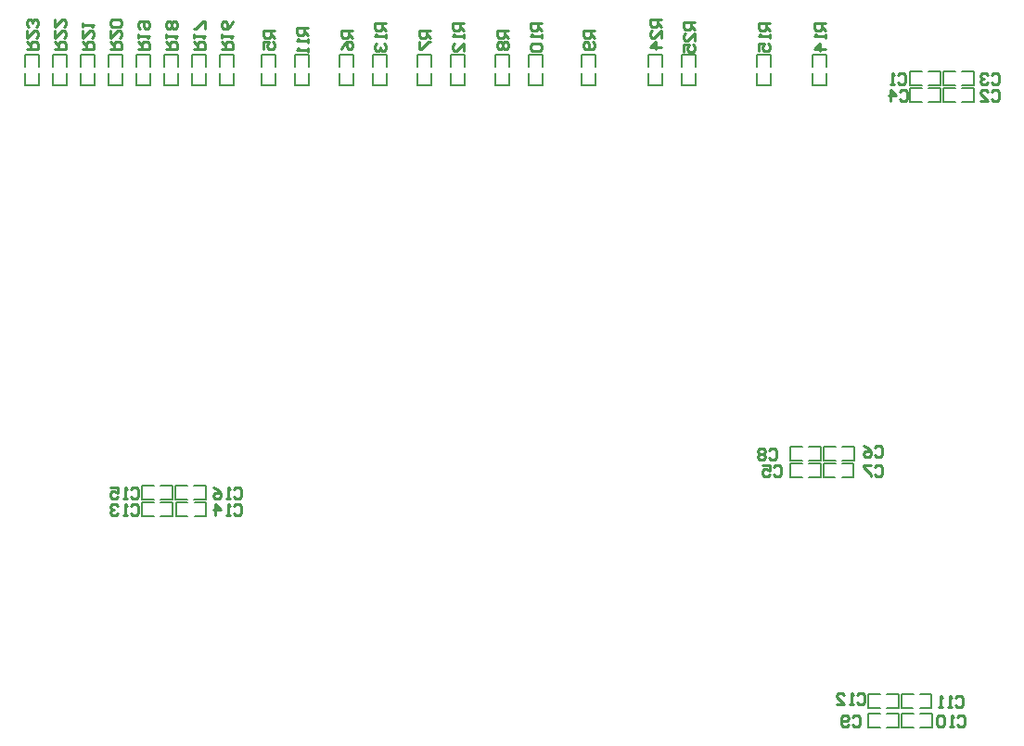
<source format=gbo>
G04*
G04 #@! TF.GenerationSoftware,Altium Limited,Altium Designer,22.3.1 (43)*
G04*
G04 Layer_Color=32896*
%FSLAX25Y25*%
%MOIN*%
G70*
G04*
G04 #@! TF.SameCoordinates,CC72978B-6F05-4AE3-AFEB-50B74E8C7AD0*
G04*
G04*
G04 #@! TF.FilePolarity,Positive*
G04*
G01*
G75*
%ADD13C,0.01000*%
%ADD15C,0.00500*%
D13*
X352999Y357332D02*
X349001D01*
Y355332D01*
X349667Y354666D01*
X351000D01*
X351666Y355332D01*
Y357332D01*
Y355999D02*
X352999Y354666D01*
Y350667D02*
Y353333D01*
X350333Y350667D01*
X349667D01*
X349001Y351334D01*
Y352666D01*
X349667Y353333D01*
X349001Y346668D02*
Y349334D01*
X351000D01*
X350333Y348001D01*
Y347335D01*
X351000Y346668D01*
X352333D01*
X352999Y347335D01*
Y348668D01*
X352333Y349334D01*
X340999Y358332D02*
X337001D01*
Y356332D01*
X337667Y355666D01*
X339000D01*
X339666Y356332D01*
Y358332D01*
Y356999D02*
X340999Y355666D01*
Y351667D02*
Y354333D01*
X338334Y351667D01*
X337667D01*
X337001Y352334D01*
Y353666D01*
X337667Y354333D01*
X340999Y348335D02*
X337001D01*
X339000Y350334D01*
Y347668D01*
X113001Y347668D02*
X116999D01*
Y349668D01*
X116333Y350334D01*
X115000D01*
X114333Y349668D01*
Y347668D01*
Y349001D02*
X113001Y350334D01*
Y354333D02*
Y351667D01*
X115666Y354333D01*
X116333D01*
X116999Y353666D01*
Y352333D01*
X116333Y351667D01*
Y355666D02*
X116999Y356332D01*
Y357665D01*
X116333Y358332D01*
X115666D01*
X115000Y357665D01*
Y356999D01*
Y357665D01*
X114333Y358332D01*
X113667D01*
X113001Y357665D01*
Y356332D01*
X113667Y355666D01*
X123001Y347668D02*
X126999D01*
Y349668D01*
X126333Y350334D01*
X125000D01*
X124334Y349668D01*
Y347668D01*
Y349001D02*
X123001Y350334D01*
Y354333D02*
Y351667D01*
X125666Y354333D01*
X126333D01*
X126999Y353666D01*
Y352334D01*
X126333Y351667D01*
X123001Y358332D02*
Y355666D01*
X125666Y358332D01*
X126333D01*
X126999Y357665D01*
Y356332D01*
X126333Y355666D01*
X133001Y347668D02*
X136999D01*
Y349668D01*
X136333Y350334D01*
X135000D01*
X134334Y349668D01*
Y347668D01*
Y349001D02*
X133001Y350334D01*
Y354333D02*
Y351667D01*
X135667Y354333D01*
X136333D01*
X136999Y353666D01*
Y352334D01*
X136333Y351667D01*
X133001Y355666D02*
Y356999D01*
Y356332D01*
X136999D01*
X136333Y355666D01*
X143001Y347668D02*
X146999D01*
Y349668D01*
X146333Y350334D01*
X145000D01*
X144334Y349668D01*
Y347668D01*
Y349001D02*
X143001Y350334D01*
Y354333D02*
Y351667D01*
X145667Y354333D01*
X146333D01*
X146999Y353666D01*
Y352334D01*
X146333Y351667D01*
Y355666D02*
X146999Y356332D01*
Y357665D01*
X146333Y358332D01*
X143667D01*
X143001Y357665D01*
Y356332D01*
X143667Y355666D01*
X146333D01*
X153001Y347668D02*
X156999D01*
Y349668D01*
X156333Y350334D01*
X155000D01*
X154333Y349668D01*
Y347668D01*
Y349001D02*
X153001Y350334D01*
Y351667D02*
Y353000D01*
Y352334D01*
X156999D01*
X156333Y351667D01*
X153667Y354999D02*
X153001Y355666D01*
Y356999D01*
X153667Y357665D01*
X156333D01*
X156999Y356999D01*
Y355666D01*
X156333Y354999D01*
X155666D01*
X155000Y355666D01*
Y357665D01*
X163001Y347668D02*
X166999D01*
Y349668D01*
X166333Y350334D01*
X165000D01*
X164333Y349668D01*
Y347668D01*
Y349001D02*
X163001Y350334D01*
Y351667D02*
Y353000D01*
Y352334D01*
X166999D01*
X166333Y351667D01*
Y354999D02*
X166999Y355666D01*
Y356999D01*
X166333Y357665D01*
X165666D01*
X165000Y356999D01*
X164333Y357665D01*
X163667D01*
X163001Y356999D01*
Y355666D01*
X163667Y354999D01*
X164333D01*
X165000Y355666D01*
X165666Y354999D01*
X166333D01*
X165000Y355666D02*
Y356999D01*
X173001Y347668D02*
X176999D01*
Y349668D01*
X176333Y350334D01*
X175000D01*
X174334Y349668D01*
Y347668D01*
Y349001D02*
X173001Y350334D01*
Y351667D02*
Y353000D01*
Y352334D01*
X176999D01*
X176333Y351667D01*
X176999Y354999D02*
Y357665D01*
X176333D01*
X173667Y354999D01*
X173001D01*
X183001Y347668D02*
X186999D01*
Y349668D01*
X186333Y350334D01*
X185000D01*
X184334Y349668D01*
Y347668D01*
Y349001D02*
X183001Y350334D01*
Y351667D02*
Y353000D01*
Y352334D01*
X186999D01*
X186333Y351667D01*
X186999Y357665D02*
X186333Y356332D01*
X185000Y354999D01*
X183667D01*
X183001Y355666D01*
Y356999D01*
X183667Y357665D01*
X184334D01*
X185000Y356999D01*
Y354999D01*
X379999Y356998D02*
X376001D01*
Y354999D01*
X376667Y354333D01*
X378000D01*
X378666Y354999D01*
Y356998D01*
Y355665D02*
X379999Y354333D01*
Y353000D02*
Y351667D01*
Y352333D01*
X376001D01*
X376667Y353000D01*
X376001Y347002D02*
Y349667D01*
X378000D01*
X377334Y348335D01*
Y347668D01*
X378000Y347002D01*
X379333D01*
X379999Y347668D01*
Y349001D01*
X379333Y349667D01*
X399999Y356998D02*
X396001D01*
Y354999D01*
X396667Y354333D01*
X398000D01*
X398666Y354999D01*
Y356998D01*
Y355665D02*
X399999Y354333D01*
Y353000D02*
Y351667D01*
Y352333D01*
X396001D01*
X396667Y353000D01*
X399999Y347668D02*
X396001D01*
X398000Y349667D01*
Y347002D01*
X241999Y356998D02*
X238001D01*
Y354999D01*
X238667Y354333D01*
X240000D01*
X240666Y354999D01*
Y356998D01*
Y355665D02*
X241999Y354333D01*
Y353000D02*
Y351667D01*
Y352333D01*
X238001D01*
X238667Y353000D01*
Y349667D02*
X238001Y349001D01*
Y347668D01*
X238667Y347002D01*
X239334D01*
X240000Y347668D01*
Y348335D01*
Y347668D01*
X240666Y347002D01*
X241333D01*
X241999Y347668D01*
Y349001D01*
X241333Y349667D01*
X269999Y356998D02*
X266001D01*
Y354999D01*
X266667Y354333D01*
X268000D01*
X268666Y354999D01*
Y356998D01*
Y355665D02*
X269999Y354333D01*
Y353000D02*
Y351667D01*
Y352333D01*
X266001D01*
X266667Y353000D01*
X269999Y347002D02*
Y349667D01*
X267334Y347002D01*
X266667D01*
X266001Y347668D01*
Y349001D01*
X266667Y349667D01*
X213999Y355332D02*
X210001D01*
Y353333D01*
X210667Y352666D01*
X212000D01*
X212666Y353333D01*
Y355332D01*
Y353999D02*
X213999Y352666D01*
Y351333D02*
Y350000D01*
Y350667D01*
X210001D01*
X210667Y351333D01*
X213999Y348001D02*
Y346668D01*
Y347335D01*
X210001D01*
X210667Y348001D01*
X297999Y356998D02*
X294001D01*
Y354999D01*
X294667Y354333D01*
X296000D01*
X296666Y354999D01*
Y356998D01*
Y355665D02*
X297999Y354333D01*
Y353000D02*
Y351667D01*
Y352333D01*
X294001D01*
X294667Y353000D01*
Y349667D02*
X294001Y349001D01*
Y347668D01*
X294667Y347002D01*
X297333D01*
X297999Y347668D01*
Y349001D01*
X297333Y349667D01*
X294667D01*
X316999Y354332D02*
X313001D01*
Y352333D01*
X313667Y351666D01*
X315000D01*
X315666Y352333D01*
Y354332D01*
Y352999D02*
X316999Y351666D01*
X316333Y350333D02*
X316999Y349667D01*
Y348334D01*
X316333Y347668D01*
X313667D01*
X313001Y348334D01*
Y349667D01*
X313667Y350333D01*
X314334D01*
X315000Y349667D01*
Y347668D01*
X285999Y354332D02*
X282001D01*
Y352333D01*
X282667Y351666D01*
X284000D01*
X284666Y352333D01*
Y354332D01*
Y352999D02*
X285999Y351666D01*
X282667Y350333D02*
X282001Y349667D01*
Y348334D01*
X282667Y347668D01*
X283334D01*
X284000Y348334D01*
X284666Y347668D01*
X285333D01*
X285999Y348334D01*
Y349667D01*
X285333Y350333D01*
X284666D01*
X284000Y349667D01*
X283334Y350333D01*
X282667D01*
X284000Y349667D02*
Y348334D01*
X257999Y354332D02*
X254001D01*
Y352333D01*
X254667Y351666D01*
X256000D01*
X256666Y352333D01*
Y354332D01*
Y352999D02*
X257999Y351666D01*
X254001Y350333D02*
Y347668D01*
X254667D01*
X257333Y350333D01*
X257999D01*
X229999Y354332D02*
X226001D01*
Y352333D01*
X226667Y351666D01*
X228000D01*
X228666Y352333D01*
Y354332D01*
Y352999D02*
X229999Y351666D01*
X226001Y347668D02*
X226667Y349001D01*
X228000Y350333D01*
X229333D01*
X229999Y349667D01*
Y348334D01*
X229333Y347668D01*
X228666D01*
X228000Y348334D01*
Y350333D01*
X201999Y354332D02*
X198001D01*
Y352333D01*
X198667Y351666D01*
X200000D01*
X200666Y352333D01*
Y354332D01*
Y352999D02*
X201999Y351666D01*
X198001Y347668D02*
Y350333D01*
X200000D01*
X199334Y349001D01*
Y348334D01*
X200000Y347668D01*
X201333D01*
X201999Y348334D01*
Y349667D01*
X201333Y350333D01*
X187333Y189333D02*
X187999Y189999D01*
X189332D01*
X189998Y189333D01*
Y186667D01*
X189332Y186001D01*
X187999D01*
X187333Y186667D01*
X186000Y186001D02*
X184667D01*
X185333D01*
Y189999D01*
X186000Y189333D01*
X180002Y189999D02*
X181334Y189333D01*
X182667Y188000D01*
Y186667D01*
X182001Y186001D01*
X180668D01*
X180002Y186667D01*
Y187334D01*
X180668Y188000D01*
X182667D01*
X150333Y189187D02*
X150999Y189853D01*
X152332D01*
X152998Y189187D01*
Y186521D01*
X152332Y185854D01*
X150999D01*
X150333Y186521D01*
X149000Y185854D02*
X147667D01*
X148333D01*
Y189853D01*
X149000Y189187D01*
X143002Y189853D02*
X145667D01*
Y187854D01*
X144334Y188520D01*
X143668D01*
X143002Y187854D01*
Y186521D01*
X143668Y185854D01*
X145001D01*
X145667Y186521D01*
X187333Y183333D02*
X187999Y183999D01*
X189332D01*
X189998Y183333D01*
Y180667D01*
X189332Y180001D01*
X187999D01*
X187333Y180667D01*
X186000Y180001D02*
X184667D01*
X185333D01*
Y183999D01*
X186000Y183333D01*
X180668Y180001D02*
Y183999D01*
X182667Y182000D01*
X180002D01*
X150333Y183333D02*
X150999Y183999D01*
X152332D01*
X152998Y183333D01*
Y180667D01*
X152332Y180001D01*
X150999D01*
X150333Y180667D01*
X149000Y180001D02*
X147667D01*
X148333D01*
Y183999D01*
X149000Y183333D01*
X145667D02*
X145001Y183999D01*
X143668D01*
X143002Y183333D01*
Y182667D01*
X143668Y182000D01*
X144334D01*
X143668D01*
X143002Y181333D01*
Y180667D01*
X143668Y180001D01*
X145001D01*
X145667Y180667D01*
X411333Y115333D02*
X411999Y115999D01*
X413332D01*
X413998Y115333D01*
Y112667D01*
X413332Y112001D01*
X411999D01*
X411333Y112667D01*
X410000Y112001D02*
X408667D01*
X409333D01*
Y115999D01*
X410000Y115333D01*
X404002Y112001D02*
X406667D01*
X404002Y114666D01*
Y115333D01*
X404668Y115999D01*
X406001D01*
X406667Y115333D01*
X446666Y114333D02*
X447333Y114999D01*
X448666D01*
X449332Y114333D01*
Y111667D01*
X448666Y111001D01*
X447333D01*
X446666Y111667D01*
X445333Y111001D02*
X444000D01*
X444667D01*
Y114999D01*
X445333Y114333D01*
X442001Y111001D02*
X440668D01*
X441334D01*
Y114999D01*
X442001Y114333D01*
X447333Y107333D02*
X447999Y107999D01*
X449332D01*
X449998Y107333D01*
Y104667D01*
X449332Y104001D01*
X447999D01*
X447333Y104667D01*
X446000Y104001D02*
X444667D01*
X445333D01*
Y107999D01*
X446000Y107333D01*
X442667D02*
X442001Y107999D01*
X440668D01*
X440002Y107333D01*
Y104667D01*
X440668Y104001D01*
X442001D01*
X442667Y104667D01*
Y107333D01*
X409666D02*
X410333Y107999D01*
X411666D01*
X412332Y107333D01*
Y104667D01*
X411666Y104001D01*
X410333D01*
X409666Y104667D01*
X408333D02*
X407667Y104001D01*
X406334D01*
X405668Y104667D01*
Y107333D01*
X406334Y107999D01*
X407667D01*
X408333Y107333D01*
Y106667D01*
X407667Y106000D01*
X405668D01*
X379666Y203333D02*
X380333Y203999D01*
X381666D01*
X382332Y203333D01*
Y200667D01*
X381666Y200001D01*
X380333D01*
X379666Y200667D01*
X378333Y203333D02*
X377667Y203999D01*
X376334D01*
X375668Y203333D01*
Y202666D01*
X376334Y202000D01*
X375668Y201333D01*
Y200667D01*
X376334Y200001D01*
X377667D01*
X378333Y200667D01*
Y201333D01*
X377667Y202000D01*
X378333Y202666D01*
Y203333D01*
X377667Y202000D02*
X376334D01*
X417666Y197333D02*
X418333Y197999D01*
X419666D01*
X420332Y197333D01*
Y194667D01*
X419666Y194001D01*
X418333D01*
X417666Y194667D01*
X416333Y197999D02*
X413668D01*
Y197333D01*
X416333Y194667D01*
Y194001D01*
X417666Y204333D02*
X418333Y204999D01*
X419666D01*
X420332Y204333D01*
Y201667D01*
X419666Y201001D01*
X418333D01*
X417666Y201667D01*
X413668Y204999D02*
X415001Y204333D01*
X416333Y203000D01*
Y201667D01*
X415667Y201001D01*
X414334D01*
X413668Y201667D01*
Y202333D01*
X414334Y203000D01*
X416333D01*
X381517Y197333D02*
X382183Y197999D01*
X383516D01*
X384183Y197333D01*
Y194667D01*
X383516Y194001D01*
X382183D01*
X381517Y194667D01*
X377518Y197999D02*
X380184D01*
Y196000D01*
X378851Y196667D01*
X378185D01*
X377518Y196000D01*
Y194667D01*
X378185Y194001D01*
X379518D01*
X380184Y194667D01*
X426666Y332333D02*
X427333Y332999D01*
X428666D01*
X429332Y332333D01*
Y329667D01*
X428666Y329001D01*
X427333D01*
X426666Y329667D01*
X423334Y329001D02*
Y332999D01*
X425333Y331000D01*
X422668D01*
X459666Y338333D02*
X460333Y338999D01*
X461666D01*
X462332Y338333D01*
Y335667D01*
X461666Y335001D01*
X460333D01*
X459666Y335667D01*
X458333Y338333D02*
X457667Y338999D01*
X456334D01*
X455668Y338333D01*
Y337666D01*
X456334Y337000D01*
X457001D01*
X456334D01*
X455668Y336334D01*
Y335667D01*
X456334Y335001D01*
X457667D01*
X458333Y335667D01*
X459666Y332333D02*
X460333Y332999D01*
X461666D01*
X462332Y332333D01*
Y329667D01*
X461666Y329001D01*
X460333D01*
X459666Y329667D01*
X455668Y329001D02*
X458333D01*
X455668Y331666D01*
Y332333D01*
X456334Y332999D01*
X457667D01*
X458333Y332333D01*
X426000Y338333D02*
X426666Y338999D01*
X427999D01*
X428666Y338333D01*
Y335667D01*
X427999Y335001D01*
X426666D01*
X426000Y335667D01*
X424667Y335001D02*
X423334D01*
X424001D01*
Y338999D01*
X424667Y338333D01*
D15*
X353500Y334600D02*
Y338700D01*
X348500Y334600D02*
X353500D01*
X348500D02*
Y338800D01*
Y341300D02*
Y345400D01*
X353500D01*
Y341300D02*
Y345400D01*
X173450Y179500D02*
X177550D01*
Y184500D01*
X173450D02*
X177550D01*
X166750D02*
X170950D01*
X166750Y179500D02*
Y184500D01*
Y179500D02*
X170850D01*
X137500Y334600D02*
Y338700D01*
X132500Y334600D02*
X137500D01*
X132500D02*
Y338800D01*
Y341300D02*
Y345400D01*
X137500D01*
Y341300D02*
Y345400D01*
X173300Y185500D02*
X177400D01*
Y190500D01*
X173300D02*
X177400D01*
X166600D02*
X170800D01*
X166600Y185500D02*
Y190500D01*
Y185500D02*
X170700D01*
X400500Y334600D02*
Y338700D01*
X395500Y334600D02*
X400500D01*
X395500D02*
Y338800D01*
Y341300D02*
Y345400D01*
X400500D01*
Y341300D02*
Y345400D01*
X298500Y334600D02*
Y338700D01*
X293500Y334600D02*
X298500D01*
X293500D02*
Y338800D01*
Y341300D02*
Y345400D01*
X298500D01*
Y341300D02*
Y345400D01*
X154600Y190500D02*
X158700D01*
X154600Y185500D02*
Y190500D01*
Y185500D02*
X158700D01*
X161200D02*
X165400D01*
Y190500D01*
X161300D02*
X165400D01*
X286500Y334600D02*
Y338700D01*
X281500Y334600D02*
X286500D01*
X281500D02*
Y338800D01*
Y341300D02*
Y345400D01*
X286500D01*
Y341300D02*
Y345400D01*
X437300Y339500D02*
X441400D01*
Y334500D02*
Y339500D01*
X437200Y334500D02*
X441400D01*
X430600D02*
X434700D01*
X430600D02*
Y339500D01*
X434700D01*
X380500Y334600D02*
Y338700D01*
X375500Y334600D02*
X380500D01*
X375500D02*
Y338800D01*
Y341300D02*
Y345400D01*
X380500D01*
Y341300D02*
Y345400D01*
X177500Y334600D02*
Y338700D01*
X172500Y334600D02*
X177500D01*
X172500D02*
Y338800D01*
Y341300D02*
Y345400D01*
X177500D01*
Y341300D02*
Y345400D01*
X427450Y110500D02*
X431550D01*
X427450D02*
Y115500D01*
X431650D01*
X434150D02*
X438250D01*
Y110500D02*
Y115500D01*
X434150Y110500D02*
X438250D01*
X317500Y334600D02*
Y338700D01*
X312500Y334600D02*
X317500D01*
X312500D02*
Y338800D01*
Y341300D02*
Y345400D01*
X317500D01*
Y341300D02*
Y345400D01*
X202500Y334600D02*
Y338700D01*
X197500Y334600D02*
X202500D01*
X197500D02*
Y338800D01*
Y341300D02*
Y345400D01*
X202500D01*
Y341300D02*
Y345400D01*
X167500Y334600D02*
Y338700D01*
X162500Y334600D02*
X167500D01*
X162500D02*
Y338800D01*
Y341300D02*
Y345400D01*
X167500D01*
Y341300D02*
Y345400D01*
X437300Y333500D02*
X441400D01*
Y328500D02*
Y333500D01*
X437200Y328500D02*
X441400D01*
X430600D02*
X434700D01*
X430600D02*
Y333500D01*
X434700D01*
X422300Y108500D02*
X426400D01*
Y103500D02*
Y108500D01*
X422200Y103500D02*
X426400D01*
X415600D02*
X419700D01*
X415600D02*
Y108500D01*
X419700D01*
X242500Y334600D02*
Y338700D01*
X237500Y334600D02*
X242500D01*
X237500D02*
Y338800D01*
Y341300D02*
Y345400D01*
X242500D01*
Y341300D02*
Y345400D01*
X117500Y334600D02*
Y338700D01*
X112500Y334600D02*
X117500D01*
X112500D02*
Y338800D01*
Y341300D02*
Y345400D01*
X117500D01*
Y341300D02*
Y345400D01*
X147500Y334600D02*
Y338700D01*
X142500Y334600D02*
X147500D01*
X142500D02*
Y338800D01*
Y341300D02*
Y345400D01*
X147500D01*
Y341300D02*
Y345400D01*
X422300Y115500D02*
X426400D01*
Y110500D02*
Y115500D01*
X422200Y110500D02*
X426400D01*
X415600D02*
X419700D01*
X415600D02*
Y115500D01*
X419700D01*
X258500Y334600D02*
Y338700D01*
X253500Y334600D02*
X258500D01*
X253500D02*
Y338800D01*
Y341300D02*
Y345400D01*
X258500D01*
Y341300D02*
Y345400D01*
X387600Y198500D02*
X391700D01*
X387600Y193500D02*
Y198500D01*
Y193500D02*
X391700D01*
X394200D02*
X398400D01*
Y198500D01*
X394300D02*
X398400D01*
X406300Y199500D02*
X410400D01*
Y204500D01*
X406300D02*
X410400D01*
X399600D02*
X403800D01*
X399600Y199500D02*
Y204500D01*
Y199500D02*
X403700D01*
X442600Y334500D02*
X446700D01*
X442600D02*
Y339500D01*
X446800D01*
X449300D02*
X453400D01*
Y334500D02*
Y339500D01*
X449300Y334500D02*
X453400D01*
X442600Y328500D02*
X446700D01*
X442600D02*
Y333500D01*
X446800D01*
X449300D02*
X453400D01*
Y328500D02*
Y333500D01*
X449300Y328500D02*
X453400D01*
X157500Y334600D02*
Y338700D01*
X152500Y334600D02*
X157500D01*
X152500D02*
Y338800D01*
Y341300D02*
Y345400D01*
X157500D01*
Y341300D02*
Y345400D01*
X127500Y334600D02*
Y338700D01*
X122500Y334600D02*
X127500D01*
X122500D02*
Y338800D01*
Y341300D02*
Y345400D01*
X127500D01*
Y341300D02*
Y345400D01*
X214500Y334600D02*
Y338700D01*
X209500Y334600D02*
X214500D01*
X209500D02*
Y338800D01*
Y341300D02*
Y345400D01*
X214500D01*
Y341300D02*
Y345400D01*
X230500Y334600D02*
Y338700D01*
X225500Y334600D02*
X230500D01*
X225500D02*
Y338800D01*
Y341300D02*
Y345400D01*
X230500D01*
Y341300D02*
Y345400D01*
X427600Y103500D02*
X431700D01*
X427600D02*
Y108500D01*
X431800D01*
X434300D02*
X438400D01*
Y103500D02*
Y108500D01*
X434300Y103500D02*
X438400D01*
X270500Y334600D02*
Y338700D01*
X265500Y334600D02*
X270500D01*
X265500D02*
Y338800D01*
Y341300D02*
Y345400D01*
X270500D01*
Y341300D02*
Y345400D01*
X187500Y334600D02*
Y338700D01*
X182500Y334600D02*
X187500D01*
X182500D02*
Y338800D01*
Y341300D02*
Y345400D01*
X187500D01*
Y341300D02*
Y345400D01*
X387600Y204500D02*
X391700D01*
X387600Y199500D02*
Y204500D01*
Y199500D02*
X391700D01*
X394200D02*
X398400D01*
Y204500D01*
X394300D02*
X398400D01*
X406150Y193500D02*
X410250D01*
Y198500D01*
X406150D02*
X410250D01*
X399450D02*
X403650D01*
X399450Y193500D02*
Y198500D01*
Y193500D02*
X403550D01*
X341500Y334600D02*
Y338700D01*
X336500Y334600D02*
X341500D01*
X336500D02*
Y338800D01*
Y341300D02*
Y345400D01*
X341500D01*
Y341300D02*
Y345400D01*
X154600Y184500D02*
X158700D01*
X154600Y179500D02*
Y184500D01*
Y179500D02*
X158700D01*
X161200D02*
X165400D01*
Y184500D01*
X161300D02*
X165400D01*
M02*

</source>
